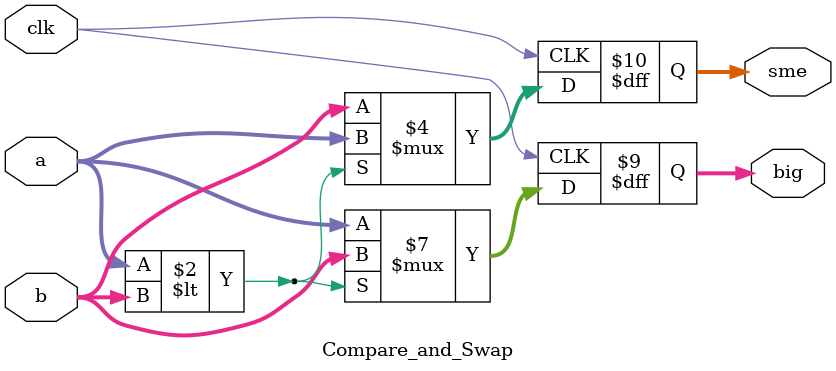
<source format=v>
`timescale 1ns / 1ps


module Compare_and_Swap #(
    parameter BIT_WIDTH = 8 
    )
(
    input clk,
    input  [BIT_WIDTH-1:0] a,
    input  [BIT_WIDTH-1:0] b,
    output reg [BIT_WIDTH-1:0] big,
    output reg [BIT_WIDTH-1:0] sme
 );
 
// always@(posedge clk)
// begin
//                big <= b;
//                sme <= a;
// end
generate
     begin
       always @(posedge clk)
        begin
            if (a < b)
            begin
                big <= b;
                sme <= a;
            end
            else
            begin
                big <= a;
                sme <= b;
            end
           // big <= a_is_bigger ? a : b;
           // sme <= a_is_bigger ? b : a;      
        end
    end
endgenerate

endmodule   

</source>
